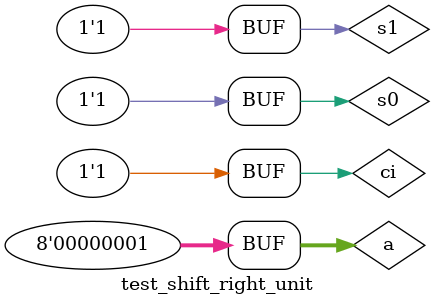
<source format=v>
module mux4to1(sel0, sel1, i0, i1, i2, i3, f);
    input sel0, sel1, i0, i1, i2, i3;
    output f;
    
    wire ns0, ns1;
    assign ns0 = ~sel0;
    assign ns1 = ~sel1;
    
    wire w0, w1, w2, w3;
    assign w0 = ns1 & ns0 & i0;
    assign w1 = ns1 & sel0 & i1;
    assign w2 = sel1 & ns0 & i2;
    assign w3 = sel1 & sel0 & i3;
    
    assign f = w0 | w1 | w2 | w3;
endmodule

// Shift Right Unit 8-bit
module shift_right_unit(sel0, sel1, x, cin, f, cout);
    input sel0, sel1, cin;
    input [7:0] x;
    output cout;
    output [7:0] f;
    
    mux4to1 mx0(.i0(x[1]), .i1(x[1]), .i2(x[1]), .i3(x[1]), .sel0(sel0), .sel1(sel1), .f(f[0]));
    mux4to1 mx1(.i0(x[2]), .i1(x[2]), .i2(x[2]), .i3(x[2]), .sel0(sel0), .sel1(sel1), .f(f[1]));
    mux4to1 mx2(.i0(x[3]), .i1(x[3]), .i2(x[3]), .i3(x[3]), .sel0(sel0), .sel1(sel1), .f(f[2]));
    mux4to1 mx3(.i0(x[4]), .i1(x[4]), .i2(x[4]), .i3(x[4]), .sel0(sel0), .sel1(sel1), .f(f[3]));
    mux4to1 mx4(.i0(x[5]), .i1(x[5]), .i2(x[5]), .i3(x[5]), .sel0(sel0), .sel1(sel1), .f(f[4]));
    mux4to1 mx5(.i0(x[6]), .i1(x[6]), .i2(x[6]), .i3(x[6]), .sel0(sel0), .sel1(sel1), .f(f[5]));
    mux4to1 mx6(.i0(x[7]), .i1(x[7]), .i2(x[7]), .i3(x[7]), .sel0(sel0), .sel1(sel1), .f(f[6]));
    mux4to1 mx7(.i0(1'b0), .i1(x[0]), .i2(cin), .i3(x[7]), .sel0(sel0), .sel1(sel1), .f(f[7]));
    mux4to1 mx8(.i0(), .i1(), .i2(x[0]), .i3(), .sel0(sel0), .sel1(sel1), .f(cout));
endmodule

// Test Shift Right Unit 8-bit
module test_shift_right_unit;
    reg ci, s0, s1;
    reg [7:0] a;
    wire co;
    wire [7:0] f;
    
    shift_right_unit sru(.x(a), .cin(ci), .sel0(s0), .sel1(s1), .f(f), .cout(co));

    initial begin
        $monitor("x = %b || cin = %b || sel0 = %b || sel1 = %b ==> f = %b || cout = %b ",
            a, ci, s0, s1, f, co
        );
        
        a = 8'b001; ci = 1'b1;
        #5
        s1 = 1'b0; s0 = 1'b0;
        #5
        s1 = 1'b0; s0 = 1'b1;
        #5
        s1 = 1'b1; s0 = 1'b0;
        #5
        s1 = 1'b1; s0 = 1'b1;
    end
endmodule
</source>
